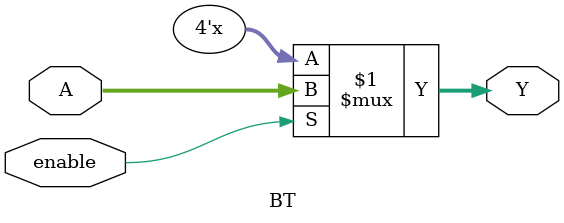
<source format=v>
module BT(input wire enable, input wire[3:0] A, output wire[3:0] Y);
  assign Y = enable ? A:4'bz;
endmodule //

</source>
